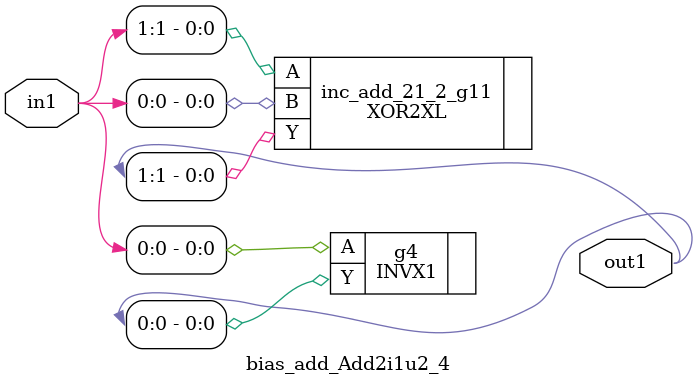
<source format=v>
`timescale 1ps / 1ps


module bias_add_Add2i1u2_4(in1, out1);
  input [1:0] in1;
  output [1:0] out1;
  wire [1:0] in1;
  wire [1:0] out1;
  INVX1 g4(.A (in1[0]), .Y (out1[0]));
  XOR2XL inc_add_21_2_g11(.A (in1[1]), .B (in1[0]), .Y (out1[1]));
endmodule


</source>
